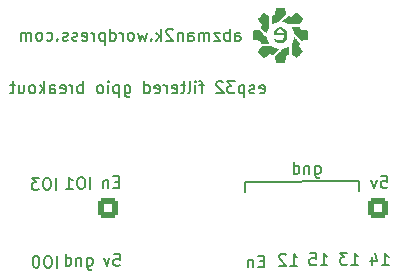
<source format=gbo>
%TF.GenerationSoftware,KiCad,Pcbnew,(6.0.0)*%
%TF.CreationDate,2022-03-13T20:46:10-04:00*%
%TF.ProjectId,simple_button_breakout,73696d70-6c65-45f6-9275-74746f6e5f62,rev?*%
%TF.SameCoordinates,Original*%
%TF.FileFunction,Legend,Bot*%
%TF.FilePolarity,Positive*%
%FSLAX46Y46*%
G04 Gerber Fmt 4.6, Leading zero omitted, Abs format (unit mm)*
G04 Created by KiCad (PCBNEW (6.0.0)) date 2022-03-13 20:46:10*
%MOMM*%
%LPD*%
G01*
G04 APERTURE LIST*
G04 Aperture macros list*
%AMRoundRect*
0 Rectangle with rounded corners*
0 $1 Rounding radius*
0 $2 $3 $4 $5 $6 $7 $8 $9 X,Y pos of 4 corners*
0 Add a 4 corners polygon primitive as box body*
4,1,4,$2,$3,$4,$5,$6,$7,$8,$9,$2,$3,0*
0 Add four circle primitives for the rounded corners*
1,1,$1+$1,$2,$3*
1,1,$1+$1,$4,$5*
1,1,$1+$1,$6,$7*
1,1,$1+$1,$8,$9*
0 Add four rect primitives between the rounded corners*
20,1,$1+$1,$2,$3,$4,$5,0*
20,1,$1+$1,$4,$5,$6,$7,0*
20,1,$1+$1,$6,$7,$8,$9,0*
20,1,$1+$1,$8,$9,$2,$3,0*%
G04 Aperture macros list end*
%ADD10C,0.150000*%
%ADD11C,3.200000*%
%ADD12R,1.600000X1.600000*%
%ADD13C,1.600000*%
%ADD14RoundRect,0.250000X-0.350000X-0.625000X0.350000X-0.625000X0.350000X0.625000X-0.350000X0.625000X0*%
%ADD15O,1.200000X1.750000*%
%ADD16C,1.700000*%
%ADD17R,1.700000X1.700000*%
%ADD18O,1.700000X1.700000*%
%ADD19RoundRect,0.250000X-0.600000X0.600000X-0.600000X-0.600000X0.600000X-0.600000X0.600000X0.600000X0*%
%ADD20C,0.550000*%
G04 APERTURE END LIST*
D10*
X71437476Y-18841980D02*
X72008904Y-18841980D01*
X71723190Y-18841980D02*
X71723190Y-17841980D01*
X71818428Y-17984838D01*
X71913666Y-18080076D01*
X72008904Y-18127695D01*
X70580333Y-18175314D02*
X70580333Y-18841980D01*
X70818428Y-17794361D02*
X71056523Y-18508647D01*
X70437476Y-18508647D01*
X68846676Y-18791180D02*
X69418104Y-18791180D01*
X69132390Y-18791180D02*
X69132390Y-17791180D01*
X69227628Y-17934038D01*
X69322866Y-18029276D01*
X69418104Y-18076895D01*
X68513342Y-17791180D02*
X67894295Y-17791180D01*
X68227628Y-18172133D01*
X68084771Y-18172133D01*
X67989533Y-18219752D01*
X67941914Y-18267371D01*
X67894295Y-18362609D01*
X67894295Y-18600704D01*
X67941914Y-18695942D01*
X67989533Y-18743561D01*
X68084771Y-18791180D01*
X68370485Y-18791180D01*
X68465723Y-18743561D01*
X68513342Y-18695942D01*
X66255876Y-18841980D02*
X66827304Y-18841980D01*
X66541590Y-18841980D02*
X66541590Y-17841980D01*
X66636828Y-17984838D01*
X66732066Y-18080076D01*
X66827304Y-18127695D01*
X65351114Y-17841980D02*
X65827304Y-17841980D01*
X65874923Y-18318171D01*
X65827304Y-18270552D01*
X65732066Y-18222933D01*
X65493971Y-18222933D01*
X65398733Y-18270552D01*
X65351114Y-18318171D01*
X65303495Y-18413409D01*
X65303495Y-18651504D01*
X65351114Y-18746742D01*
X65398733Y-18794361D01*
X65493971Y-18841980D01*
X65732066Y-18841980D01*
X65827304Y-18794361D01*
X65874923Y-18746742D01*
X63690476Y-18867380D02*
X64261904Y-18867380D01*
X63976190Y-18867380D02*
X63976190Y-17867380D01*
X64071428Y-18010238D01*
X64166666Y-18105476D01*
X64261904Y-18153095D01*
X63309523Y-17962619D02*
X63261904Y-17915000D01*
X63166666Y-17867380D01*
X62928571Y-17867380D01*
X62833333Y-17915000D01*
X62785714Y-17962619D01*
X62738095Y-18057857D01*
X62738095Y-18153095D01*
X62785714Y-18295952D01*
X63357142Y-18867380D01*
X62738095Y-18867380D01*
X61423466Y-18495971D02*
X61090133Y-18495971D01*
X60947276Y-19019780D02*
X61423466Y-19019780D01*
X61423466Y-18019780D01*
X60947276Y-18019780D01*
X60518704Y-18353114D02*
X60518704Y-19019780D01*
X60518704Y-18448352D02*
X60471085Y-18400733D01*
X60375847Y-18353114D01*
X60232990Y-18353114D01*
X60137752Y-18400733D01*
X60090133Y-18495971D01*
X60090133Y-19019780D01*
X59842400Y-11760200D02*
X59842400Y-12598400D01*
X69545200Y-11734800D02*
X59842400Y-11760200D01*
X69545200Y-12522200D02*
X69545200Y-11734800D01*
X65790676Y-10428314D02*
X65790676Y-11237838D01*
X65838295Y-11333076D01*
X65885914Y-11380695D01*
X65981152Y-11428314D01*
X66124009Y-11428314D01*
X66219247Y-11380695D01*
X65790676Y-11047361D02*
X65885914Y-11094980D01*
X66076390Y-11094980D01*
X66171628Y-11047361D01*
X66219247Y-10999742D01*
X66266866Y-10904504D01*
X66266866Y-10618790D01*
X66219247Y-10523552D01*
X66171628Y-10475933D01*
X66076390Y-10428314D01*
X65885914Y-10428314D01*
X65790676Y-10475933D01*
X65314485Y-10428314D02*
X65314485Y-11094980D01*
X65314485Y-10523552D02*
X65266866Y-10475933D01*
X65171628Y-10428314D01*
X65028771Y-10428314D01*
X64933533Y-10475933D01*
X64885914Y-10571171D01*
X64885914Y-11094980D01*
X63981152Y-11094980D02*
X63981152Y-10094980D01*
X63981152Y-11047361D02*
X64076390Y-11094980D01*
X64266866Y-11094980D01*
X64362104Y-11047361D01*
X64409723Y-10999742D01*
X64457342Y-10904504D01*
X64457342Y-10618790D01*
X64409723Y-10523552D01*
X64362104Y-10475933D01*
X64266866Y-10428314D01*
X64076390Y-10428314D01*
X63981152Y-10475933D01*
X71389857Y-11288780D02*
X71866047Y-11288780D01*
X71913666Y-11764971D01*
X71866047Y-11717352D01*
X71770809Y-11669733D01*
X71532714Y-11669733D01*
X71437476Y-11717352D01*
X71389857Y-11764971D01*
X71342238Y-11860209D01*
X71342238Y-12098304D01*
X71389857Y-12193542D01*
X71437476Y-12241161D01*
X71532714Y-12288780D01*
X71770809Y-12288780D01*
X71866047Y-12241161D01*
X71913666Y-12193542D01*
X71008904Y-11622114D02*
X70770809Y-12288780D01*
X70532714Y-11622114D01*
X48758457Y-17892780D02*
X49234647Y-17892780D01*
X49282266Y-18368971D01*
X49234647Y-18321352D01*
X49139409Y-18273733D01*
X48901314Y-18273733D01*
X48806076Y-18321352D01*
X48758457Y-18368971D01*
X48710838Y-18464209D01*
X48710838Y-18702304D01*
X48758457Y-18797542D01*
X48806076Y-18845161D01*
X48901314Y-18892780D01*
X49139409Y-18892780D01*
X49234647Y-18845161D01*
X49282266Y-18797542D01*
X48377504Y-18226114D02*
X48139409Y-18892780D01*
X47901314Y-18226114D01*
X46486676Y-18200714D02*
X46486676Y-19010238D01*
X46534295Y-19105476D01*
X46581914Y-19153095D01*
X46677152Y-19200714D01*
X46820009Y-19200714D01*
X46915247Y-19153095D01*
X46486676Y-18819761D02*
X46581914Y-18867380D01*
X46772390Y-18867380D01*
X46867628Y-18819761D01*
X46915247Y-18772142D01*
X46962866Y-18676904D01*
X46962866Y-18391190D01*
X46915247Y-18295952D01*
X46867628Y-18248333D01*
X46772390Y-18200714D01*
X46581914Y-18200714D01*
X46486676Y-18248333D01*
X46010485Y-18200714D02*
X46010485Y-18867380D01*
X46010485Y-18295952D02*
X45962866Y-18248333D01*
X45867628Y-18200714D01*
X45724771Y-18200714D01*
X45629533Y-18248333D01*
X45581914Y-18343571D01*
X45581914Y-18867380D01*
X44677152Y-18867380D02*
X44677152Y-17867380D01*
X44677152Y-18819761D02*
X44772390Y-18867380D01*
X44962866Y-18867380D01*
X45058104Y-18819761D01*
X45105723Y-18772142D01*
X45153342Y-18676904D01*
X45153342Y-18391190D01*
X45105723Y-18295952D01*
X45058104Y-18248333D01*
X44962866Y-18200714D01*
X44772390Y-18200714D01*
X44677152Y-18248333D01*
X43926000Y-19045180D02*
X43926000Y-18045180D01*
X43259333Y-18045180D02*
X43068857Y-18045180D01*
X42973619Y-18092800D01*
X42878380Y-18188038D01*
X42830761Y-18378514D01*
X42830761Y-18711847D01*
X42878380Y-18902323D01*
X42973619Y-18997561D01*
X43068857Y-19045180D01*
X43259333Y-19045180D01*
X43354571Y-18997561D01*
X43449809Y-18902323D01*
X43497428Y-18711847D01*
X43497428Y-18378514D01*
X43449809Y-18188038D01*
X43354571Y-18092800D01*
X43259333Y-18045180D01*
X42211714Y-18045180D02*
X42116476Y-18045180D01*
X42021238Y-18092800D01*
X41973619Y-18140419D01*
X41926000Y-18235657D01*
X41878380Y-18426133D01*
X41878380Y-18664228D01*
X41926000Y-18854704D01*
X41973619Y-18949942D01*
X42021238Y-18997561D01*
X42116476Y-19045180D01*
X42211714Y-19045180D01*
X42306952Y-18997561D01*
X42354571Y-18949942D01*
X42402190Y-18854704D01*
X42449809Y-18664228D01*
X42449809Y-18426133D01*
X42402190Y-18235657D01*
X42354571Y-18140419D01*
X42306952Y-18092800D01*
X42211714Y-18045180D01*
X43849800Y-12441180D02*
X43849800Y-11441180D01*
X43183133Y-11441180D02*
X42992657Y-11441180D01*
X42897419Y-11488800D01*
X42802180Y-11584038D01*
X42754561Y-11774514D01*
X42754561Y-12107847D01*
X42802180Y-12298323D01*
X42897419Y-12393561D01*
X42992657Y-12441180D01*
X43183133Y-12441180D01*
X43278371Y-12393561D01*
X43373609Y-12298323D01*
X43421228Y-12107847D01*
X43421228Y-11774514D01*
X43373609Y-11584038D01*
X43278371Y-11488800D01*
X43183133Y-11441180D01*
X42421228Y-11441180D02*
X41802180Y-11441180D01*
X42135514Y-11822133D01*
X41992657Y-11822133D01*
X41897419Y-11869752D01*
X41849800Y-11917371D01*
X41802180Y-12012609D01*
X41802180Y-12250704D01*
X41849800Y-12345942D01*
X41897419Y-12393561D01*
X41992657Y-12441180D01*
X42278371Y-12441180D01*
X42373609Y-12393561D01*
X42421228Y-12345942D01*
X46745400Y-12364980D02*
X46745400Y-11364980D01*
X46078733Y-11364980D02*
X45888257Y-11364980D01*
X45793019Y-11412600D01*
X45697780Y-11507838D01*
X45650161Y-11698314D01*
X45650161Y-12031647D01*
X45697780Y-12222123D01*
X45793019Y-12317361D01*
X45888257Y-12364980D01*
X46078733Y-12364980D01*
X46173971Y-12317361D01*
X46269209Y-12222123D01*
X46316828Y-12031647D01*
X46316828Y-11698314D01*
X46269209Y-11507838D01*
X46173971Y-11412600D01*
X46078733Y-11364980D01*
X44697780Y-12364980D02*
X45269209Y-12364980D01*
X44983495Y-12364980D02*
X44983495Y-11364980D01*
X45078733Y-11507838D01*
X45173971Y-11603076D01*
X45269209Y-11650695D01*
X49180666Y-11790371D02*
X48847333Y-11790371D01*
X48704476Y-12314180D02*
X49180666Y-12314180D01*
X49180666Y-11314180D01*
X48704476Y-11314180D01*
X48275904Y-11647514D02*
X48275904Y-12314180D01*
X48275904Y-11742752D02*
X48228285Y-11695133D01*
X48133047Y-11647514D01*
X47990190Y-11647514D01*
X47894952Y-11695133D01*
X47847333Y-11790371D01*
X47847333Y-12314180D01*
X59022142Y182619D02*
X59022142Y706428D01*
X59069761Y801666D01*
X59165000Y849285D01*
X59355476Y849285D01*
X59450714Y801666D01*
X59022142Y230238D02*
X59117380Y182619D01*
X59355476Y182619D01*
X59450714Y230238D01*
X59498333Y325476D01*
X59498333Y420714D01*
X59450714Y515952D01*
X59355476Y563571D01*
X59117380Y563571D01*
X59022142Y611190D01*
X58545952Y182619D02*
X58545952Y1182619D01*
X58545952Y801666D02*
X58450714Y849285D01*
X58260238Y849285D01*
X58165000Y801666D01*
X58117380Y754047D01*
X58069761Y658809D01*
X58069761Y373095D01*
X58117380Y277857D01*
X58165000Y230238D01*
X58260238Y182619D01*
X58450714Y182619D01*
X58545952Y230238D01*
X57736428Y849285D02*
X57212619Y849285D01*
X57736428Y182619D01*
X57212619Y182619D01*
X56831666Y182619D02*
X56831666Y849285D01*
X56831666Y754047D02*
X56784047Y801666D01*
X56688809Y849285D01*
X56545952Y849285D01*
X56450714Y801666D01*
X56403095Y706428D01*
X56403095Y182619D01*
X56403095Y706428D02*
X56355476Y801666D01*
X56260238Y849285D01*
X56117380Y849285D01*
X56022142Y801666D01*
X55974523Y706428D01*
X55974523Y182619D01*
X55069761Y182619D02*
X55069761Y706428D01*
X55117380Y801666D01*
X55212619Y849285D01*
X55403095Y849285D01*
X55498333Y801666D01*
X55069761Y230238D02*
X55165000Y182619D01*
X55403095Y182619D01*
X55498333Y230238D01*
X55545952Y325476D01*
X55545952Y420714D01*
X55498333Y515952D01*
X55403095Y563571D01*
X55165000Y563571D01*
X55069761Y611190D01*
X54593571Y849285D02*
X54593571Y182619D01*
X54593571Y754047D02*
X54545952Y801666D01*
X54450714Y849285D01*
X54307857Y849285D01*
X54212619Y801666D01*
X54165000Y706428D01*
X54165000Y182619D01*
X53736428Y1087380D02*
X53688809Y1135000D01*
X53593571Y1182619D01*
X53355476Y1182619D01*
X53260238Y1135000D01*
X53212619Y1087380D01*
X53165000Y992142D01*
X53165000Y896904D01*
X53212619Y754047D01*
X53784047Y182619D01*
X53165000Y182619D01*
X52736428Y182619D02*
X52736428Y1182619D01*
X52641190Y563571D02*
X52355476Y182619D01*
X52355476Y849285D02*
X52736428Y468333D01*
X51926904Y277857D02*
X51879285Y230238D01*
X51926904Y182619D01*
X51974523Y230238D01*
X51926904Y277857D01*
X51926904Y182619D01*
X51545952Y849285D02*
X51355476Y182619D01*
X51165000Y658809D01*
X50974523Y182619D01*
X50784047Y849285D01*
X50260238Y182619D02*
X50355476Y230238D01*
X50403095Y277857D01*
X50450714Y373095D01*
X50450714Y658809D01*
X50403095Y754047D01*
X50355476Y801666D01*
X50260238Y849285D01*
X50117380Y849285D01*
X50022142Y801666D01*
X49974523Y754047D01*
X49926904Y658809D01*
X49926904Y373095D01*
X49974523Y277857D01*
X50022142Y230238D01*
X50117380Y182619D01*
X50260238Y182619D01*
X49498333Y182619D02*
X49498333Y849285D01*
X49498333Y658809D02*
X49450714Y754047D01*
X49403095Y801666D01*
X49307857Y849285D01*
X49212619Y849285D01*
X48450714Y182619D02*
X48450714Y1182619D01*
X48450714Y230238D02*
X48545952Y182619D01*
X48736428Y182619D01*
X48831666Y230238D01*
X48879285Y277857D01*
X48926904Y373095D01*
X48926904Y658809D01*
X48879285Y754047D01*
X48831666Y801666D01*
X48736428Y849285D01*
X48545952Y849285D01*
X48450714Y801666D01*
X47974523Y849285D02*
X47974523Y-150714D01*
X47974523Y801666D02*
X47879285Y849285D01*
X47688809Y849285D01*
X47593571Y801666D01*
X47545952Y754047D01*
X47498333Y658809D01*
X47498333Y373095D01*
X47545952Y277857D01*
X47593571Y230238D01*
X47688809Y182619D01*
X47879285Y182619D01*
X47974523Y230238D01*
X47069761Y182619D02*
X47069761Y849285D01*
X47069761Y658809D02*
X47022142Y754047D01*
X46974523Y801666D01*
X46879285Y849285D01*
X46784047Y849285D01*
X46069761Y230238D02*
X46165000Y182619D01*
X46355476Y182619D01*
X46450714Y230238D01*
X46498333Y325476D01*
X46498333Y706428D01*
X46450714Y801666D01*
X46355476Y849285D01*
X46165000Y849285D01*
X46069761Y801666D01*
X46022142Y706428D01*
X46022142Y611190D01*
X46498333Y515952D01*
X45641190Y230238D02*
X45545952Y182619D01*
X45355476Y182619D01*
X45260238Y230238D01*
X45212619Y325476D01*
X45212619Y373095D01*
X45260238Y468333D01*
X45355476Y515952D01*
X45498333Y515952D01*
X45593571Y563571D01*
X45641190Y658809D01*
X45641190Y706428D01*
X45593571Y801666D01*
X45498333Y849285D01*
X45355476Y849285D01*
X45260238Y801666D01*
X44831666Y230238D02*
X44736428Y182619D01*
X44545952Y182619D01*
X44450714Y230238D01*
X44403095Y325476D01*
X44403095Y373095D01*
X44450714Y468333D01*
X44545952Y515952D01*
X44688809Y515952D01*
X44784047Y563571D01*
X44831666Y658809D01*
X44831666Y706428D01*
X44784047Y801666D01*
X44688809Y849285D01*
X44545952Y849285D01*
X44450714Y801666D01*
X43974523Y277857D02*
X43926904Y230238D01*
X43974523Y182619D01*
X44022142Y230238D01*
X43974523Y277857D01*
X43974523Y182619D01*
X43069761Y230238D02*
X43165000Y182619D01*
X43355476Y182619D01*
X43450714Y230238D01*
X43498333Y277857D01*
X43545952Y373095D01*
X43545952Y658809D01*
X43498333Y754047D01*
X43450714Y801666D01*
X43355476Y849285D01*
X43165000Y849285D01*
X43069761Y801666D01*
X42498333Y182619D02*
X42593571Y230238D01*
X42641190Y277857D01*
X42688809Y373095D01*
X42688809Y658809D01*
X42641190Y754047D01*
X42593571Y801666D01*
X42498333Y849285D01*
X42355476Y849285D01*
X42260238Y801666D01*
X42212619Y754047D01*
X42165000Y658809D01*
X42165000Y373095D01*
X42212619Y277857D01*
X42260238Y230238D01*
X42355476Y182619D01*
X42498333Y182619D01*
X41736428Y182619D02*
X41736428Y849285D01*
X41736428Y754047D02*
X41688809Y801666D01*
X41593571Y849285D01*
X41450714Y849285D01*
X41355476Y801666D01*
X41307857Y706428D01*
X41307857Y182619D01*
X41307857Y706428D02*
X41260238Y801666D01*
X41165000Y849285D01*
X41022142Y849285D01*
X40926904Y801666D01*
X40879285Y706428D01*
X40879285Y182619D01*
X61085714Y-4214761D02*
X61180952Y-4262380D01*
X61371428Y-4262380D01*
X61466666Y-4214761D01*
X61514285Y-4119523D01*
X61514285Y-3738571D01*
X61466666Y-3643333D01*
X61371428Y-3595714D01*
X61180952Y-3595714D01*
X61085714Y-3643333D01*
X61038095Y-3738571D01*
X61038095Y-3833809D01*
X61514285Y-3929047D01*
X60657142Y-4214761D02*
X60561904Y-4262380D01*
X60371428Y-4262380D01*
X60276190Y-4214761D01*
X60228571Y-4119523D01*
X60228571Y-4071904D01*
X60276190Y-3976666D01*
X60371428Y-3929047D01*
X60514285Y-3929047D01*
X60609523Y-3881428D01*
X60657142Y-3786190D01*
X60657142Y-3738571D01*
X60609523Y-3643333D01*
X60514285Y-3595714D01*
X60371428Y-3595714D01*
X60276190Y-3643333D01*
X59800000Y-3595714D02*
X59800000Y-4595714D01*
X59800000Y-3643333D02*
X59704761Y-3595714D01*
X59514285Y-3595714D01*
X59419047Y-3643333D01*
X59371428Y-3690952D01*
X59323809Y-3786190D01*
X59323809Y-4071904D01*
X59371428Y-4167142D01*
X59419047Y-4214761D01*
X59514285Y-4262380D01*
X59704761Y-4262380D01*
X59800000Y-4214761D01*
X58990476Y-3262380D02*
X58371428Y-3262380D01*
X58704761Y-3643333D01*
X58561904Y-3643333D01*
X58466666Y-3690952D01*
X58419047Y-3738571D01*
X58371428Y-3833809D01*
X58371428Y-4071904D01*
X58419047Y-4167142D01*
X58466666Y-4214761D01*
X58561904Y-4262380D01*
X58847619Y-4262380D01*
X58942857Y-4214761D01*
X58990476Y-4167142D01*
X57990476Y-3357619D02*
X57942857Y-3310000D01*
X57847619Y-3262380D01*
X57609523Y-3262380D01*
X57514285Y-3310000D01*
X57466666Y-3357619D01*
X57419047Y-3452857D01*
X57419047Y-3548095D01*
X57466666Y-3690952D01*
X58038095Y-4262380D01*
X57419047Y-4262380D01*
X56371428Y-3595714D02*
X55990476Y-3595714D01*
X56228571Y-4262380D02*
X56228571Y-3405238D01*
X56180952Y-3310000D01*
X56085714Y-3262380D01*
X55990476Y-3262380D01*
X55657142Y-4262380D02*
X55657142Y-3595714D01*
X55657142Y-3262380D02*
X55704761Y-3310000D01*
X55657142Y-3357619D01*
X55609523Y-3310000D01*
X55657142Y-3262380D01*
X55657142Y-3357619D01*
X55038095Y-4262380D02*
X55133333Y-4214761D01*
X55180952Y-4119523D01*
X55180952Y-3262380D01*
X54800000Y-3595714D02*
X54419047Y-3595714D01*
X54657142Y-3262380D02*
X54657142Y-4119523D01*
X54609523Y-4214761D01*
X54514285Y-4262380D01*
X54419047Y-4262380D01*
X53704761Y-4214761D02*
X53800000Y-4262380D01*
X53990476Y-4262380D01*
X54085714Y-4214761D01*
X54133333Y-4119523D01*
X54133333Y-3738571D01*
X54085714Y-3643333D01*
X53990476Y-3595714D01*
X53800000Y-3595714D01*
X53704761Y-3643333D01*
X53657142Y-3738571D01*
X53657142Y-3833809D01*
X54133333Y-3929047D01*
X53228571Y-4262380D02*
X53228571Y-3595714D01*
X53228571Y-3786190D02*
X53180952Y-3690952D01*
X53133333Y-3643333D01*
X53038095Y-3595714D01*
X52942857Y-3595714D01*
X52228571Y-4214761D02*
X52323809Y-4262380D01*
X52514285Y-4262380D01*
X52609523Y-4214761D01*
X52657142Y-4119523D01*
X52657142Y-3738571D01*
X52609523Y-3643333D01*
X52514285Y-3595714D01*
X52323809Y-3595714D01*
X52228571Y-3643333D01*
X52180952Y-3738571D01*
X52180952Y-3833809D01*
X52657142Y-3929047D01*
X51323809Y-4262380D02*
X51323809Y-3262380D01*
X51323809Y-4214761D02*
X51419047Y-4262380D01*
X51609523Y-4262380D01*
X51704761Y-4214761D01*
X51752380Y-4167142D01*
X51800000Y-4071904D01*
X51800000Y-3786190D01*
X51752380Y-3690952D01*
X51704761Y-3643333D01*
X51609523Y-3595714D01*
X51419047Y-3595714D01*
X51323809Y-3643333D01*
X49657142Y-3595714D02*
X49657142Y-4405238D01*
X49704761Y-4500476D01*
X49752380Y-4548095D01*
X49847619Y-4595714D01*
X49990476Y-4595714D01*
X50085714Y-4548095D01*
X49657142Y-4214761D02*
X49752380Y-4262380D01*
X49942857Y-4262380D01*
X50038095Y-4214761D01*
X50085714Y-4167142D01*
X50133333Y-4071904D01*
X50133333Y-3786190D01*
X50085714Y-3690952D01*
X50038095Y-3643333D01*
X49942857Y-3595714D01*
X49752380Y-3595714D01*
X49657142Y-3643333D01*
X49180952Y-3595714D02*
X49180952Y-4595714D01*
X49180952Y-3643333D02*
X49085714Y-3595714D01*
X48895238Y-3595714D01*
X48800000Y-3643333D01*
X48752380Y-3690952D01*
X48704761Y-3786190D01*
X48704761Y-4071904D01*
X48752380Y-4167142D01*
X48800000Y-4214761D01*
X48895238Y-4262380D01*
X49085714Y-4262380D01*
X49180952Y-4214761D01*
X48276190Y-4262380D02*
X48276190Y-3595714D01*
X48276190Y-3262380D02*
X48323809Y-3310000D01*
X48276190Y-3357619D01*
X48228571Y-3310000D01*
X48276190Y-3262380D01*
X48276190Y-3357619D01*
X47657142Y-4262380D02*
X47752380Y-4214761D01*
X47800000Y-4167142D01*
X47847619Y-4071904D01*
X47847619Y-3786190D01*
X47800000Y-3690952D01*
X47752380Y-3643333D01*
X47657142Y-3595714D01*
X47514285Y-3595714D01*
X47419047Y-3643333D01*
X47371428Y-3690952D01*
X47323809Y-3786190D01*
X47323809Y-4071904D01*
X47371428Y-4167142D01*
X47419047Y-4214761D01*
X47514285Y-4262380D01*
X47657142Y-4262380D01*
X46133333Y-4262380D02*
X46133333Y-3262380D01*
X46133333Y-3643333D02*
X46038095Y-3595714D01*
X45847619Y-3595714D01*
X45752380Y-3643333D01*
X45704761Y-3690952D01*
X45657142Y-3786190D01*
X45657142Y-4071904D01*
X45704761Y-4167142D01*
X45752380Y-4214761D01*
X45847619Y-4262380D01*
X46038095Y-4262380D01*
X46133333Y-4214761D01*
X45228571Y-4262380D02*
X45228571Y-3595714D01*
X45228571Y-3786190D02*
X45180952Y-3690952D01*
X45133333Y-3643333D01*
X45038095Y-3595714D01*
X44942857Y-3595714D01*
X44228571Y-4214761D02*
X44323809Y-4262380D01*
X44514285Y-4262380D01*
X44609523Y-4214761D01*
X44657142Y-4119523D01*
X44657142Y-3738571D01*
X44609523Y-3643333D01*
X44514285Y-3595714D01*
X44323809Y-3595714D01*
X44228571Y-3643333D01*
X44180952Y-3738571D01*
X44180952Y-3833809D01*
X44657142Y-3929047D01*
X43323809Y-4262380D02*
X43323809Y-3738571D01*
X43371428Y-3643333D01*
X43466666Y-3595714D01*
X43657142Y-3595714D01*
X43752380Y-3643333D01*
X43323809Y-4214761D02*
X43419047Y-4262380D01*
X43657142Y-4262380D01*
X43752380Y-4214761D01*
X43800000Y-4119523D01*
X43800000Y-4024285D01*
X43752380Y-3929047D01*
X43657142Y-3881428D01*
X43419047Y-3881428D01*
X43323809Y-3833809D01*
X42847619Y-4262380D02*
X42847619Y-3262380D01*
X42752380Y-3881428D02*
X42466666Y-4262380D01*
X42466666Y-3595714D02*
X42847619Y-3976666D01*
X41895238Y-4262380D02*
X41990476Y-4214761D01*
X42038095Y-4167142D01*
X42085714Y-4071904D01*
X42085714Y-3786190D01*
X42038095Y-3690952D01*
X41990476Y-3643333D01*
X41895238Y-3595714D01*
X41752380Y-3595714D01*
X41657142Y-3643333D01*
X41609523Y-3690952D01*
X41561904Y-3786190D01*
X41561904Y-4071904D01*
X41609523Y-4167142D01*
X41657142Y-4214761D01*
X41752380Y-4262380D01*
X41895238Y-4262380D01*
X40704761Y-3595714D02*
X40704761Y-4262380D01*
X41133333Y-3595714D02*
X41133333Y-4119523D01*
X41085714Y-4214761D01*
X40990476Y-4262380D01*
X40847619Y-4262380D01*
X40752380Y-4214761D01*
X40704761Y-4167142D01*
X40371428Y-3595714D02*
X39990476Y-3595714D01*
X40228571Y-3262380D02*
X40228571Y-4119523D01*
X40180952Y-4214761D01*
X40085714Y-4262380D01*
X39990476Y-4262380D01*
%TO.C,G\u002A\u002A\u002A*%
G36*
X62239115Y-344601D02*
G01*
X62283967Y-371905D01*
X62407822Y-434530D01*
X62535007Y-480751D01*
X62664321Y-510102D01*
X62691489Y-514860D01*
X62713713Y-519624D01*
X62723731Y-522957D01*
X62722598Y-524976D01*
X62711703Y-537503D01*
X62690370Y-560304D01*
X62659854Y-592090D01*
X62621405Y-631568D01*
X62576278Y-677451D01*
X62525723Y-728448D01*
X62470993Y-783269D01*
X62214249Y-1039575D01*
X62164180Y-1017591D01*
X62154399Y-1013220D01*
X62119420Y-996928D01*
X62078486Y-977184D01*
X62038556Y-957326D01*
X61963000Y-919045D01*
X61895353Y-973208D01*
X61877752Y-987318D01*
X61848288Y-1011016D01*
X61824492Y-1030249D01*
X61810314Y-1041832D01*
X61806769Y-1044745D01*
X61789906Y-1058456D01*
X61762694Y-1080486D01*
X61727347Y-1109046D01*
X61686078Y-1142347D01*
X61641102Y-1178599D01*
X61489283Y-1300908D01*
X61209614Y-1021337D01*
X61187947Y-999643D01*
X61124303Y-935463D01*
X61068680Y-878655D01*
X61021821Y-830004D01*
X60984466Y-790294D01*
X60957357Y-760309D01*
X60941236Y-740835D01*
X60936843Y-732656D01*
X60942254Y-725794D01*
X60957117Y-707160D01*
X60979304Y-679434D01*
X61006879Y-645025D01*
X61037907Y-606344D01*
X61070453Y-565801D01*
X61102582Y-525806D01*
X61132360Y-488769D01*
X61157852Y-457100D01*
X61177123Y-433210D01*
X61188237Y-419508D01*
X61200833Y-403910D01*
X61220039Y-379886D01*
X61241691Y-352643D01*
X61280755Y-303347D01*
X61726949Y-302937D01*
X62173142Y-302526D01*
X62239115Y-344601D01*
G37*
G36*
X63576454Y-282310D02*
G01*
X63578890Y-288565D01*
X63580877Y-303265D01*
X63582452Y-327686D01*
X63583654Y-363100D01*
X63584522Y-410781D01*
X63585094Y-472002D01*
X63585409Y-548036D01*
X63585505Y-640158D01*
X63585505Y-1004858D01*
X63548612Y-1021151D01*
X63538363Y-1025367D01*
X63510058Y-1036008D01*
X63472716Y-1049363D01*
X63431113Y-1063787D01*
X63390026Y-1077632D01*
X63354232Y-1089254D01*
X63328507Y-1097004D01*
X63326736Y-1098545D01*
X63321583Y-1113247D01*
X63316756Y-1140393D01*
X63312966Y-1176362D01*
X63310940Y-1200404D01*
X63306246Y-1249369D01*
X63300592Y-1302843D01*
X63294793Y-1352902D01*
X63291687Y-1378753D01*
X63285023Y-1436664D01*
X63278468Y-1496312D01*
X63273075Y-1548220D01*
X63269973Y-1578727D01*
X63265585Y-1619768D01*
X63261682Y-1654030D01*
X63258848Y-1676261D01*
X63254109Y-1708814D01*
X62467209Y-1708814D01*
X62462471Y-1676261D01*
X62460583Y-1661867D01*
X62456922Y-1630518D01*
X62452606Y-1590885D01*
X62448218Y-1548220D01*
X62445244Y-1518977D01*
X62439236Y-1462060D01*
X62432715Y-1402271D01*
X62426646Y-1348562D01*
X62422228Y-1310338D01*
X62416982Y-1264812D01*
X62412435Y-1225214D01*
X62409239Y-1197204D01*
X62403892Y-1150016D01*
X62723380Y-830441D01*
X62746120Y-807728D01*
X62806745Y-747520D01*
X62863523Y-691618D01*
X62915260Y-641168D01*
X62960760Y-597318D01*
X62998826Y-561216D01*
X63028264Y-534008D01*
X63047876Y-516842D01*
X63056468Y-510865D01*
X63057689Y-510837D01*
X63077927Y-507782D01*
X63109881Y-500502D01*
X63149241Y-490177D01*
X63191697Y-477990D01*
X63232939Y-465119D01*
X63268657Y-452745D01*
X63287564Y-445426D01*
X63364561Y-410821D01*
X63442057Y-369323D01*
X63511204Y-325574D01*
X63513689Y-323838D01*
X63540679Y-305119D01*
X63562508Y-290189D01*
X63574654Y-282143D01*
X63576454Y-282310D01*
G37*
G36*
X64512469Y1318612D02*
G01*
X64516685Y1308363D01*
X64527326Y1280058D01*
X64540682Y1242716D01*
X64555105Y1201113D01*
X64568951Y1160026D01*
X64580572Y1124232D01*
X64588323Y1098507D01*
X64589864Y1096736D01*
X64604565Y1091583D01*
X64631711Y1086756D01*
X64667680Y1082966D01*
X64691723Y1080940D01*
X64740688Y1076246D01*
X64794162Y1070592D01*
X64844220Y1064793D01*
X64870071Y1061687D01*
X64927982Y1055023D01*
X64987631Y1048468D01*
X65039538Y1043075D01*
X65070046Y1039973D01*
X65111086Y1035585D01*
X65145349Y1031682D01*
X65167580Y1028848D01*
X65200133Y1024109D01*
X65200133Y237209D01*
X65167580Y232471D01*
X65153184Y230581D01*
X65121835Y226912D01*
X65082203Y222583D01*
X65039538Y218180D01*
X65011284Y215322D01*
X64976136Y211660D01*
X64938221Y207573D01*
X64894643Y202739D01*
X64842508Y196836D01*
X64778921Y189542D01*
X64700987Y180536D01*
X64679226Y178195D01*
X64657627Y176218D01*
X64654841Y177334D01*
X64640515Y188193D01*
X64616126Y209466D01*
X64583086Y239754D01*
X64542804Y277657D01*
X64496693Y321775D01*
X64446162Y370708D01*
X64392623Y423057D01*
X64337487Y477422D01*
X64282164Y532403D01*
X64228066Y586600D01*
X64176604Y638615D01*
X64129187Y687046D01*
X64087228Y730495D01*
X64052138Y767561D01*
X64025326Y796846D01*
X64008204Y816948D01*
X64002184Y826468D01*
X64002156Y827689D01*
X63999100Y847927D01*
X63991820Y879881D01*
X63981496Y919241D01*
X63969308Y961697D01*
X63956437Y1002939D01*
X63944064Y1038657D01*
X63936745Y1057564D01*
X63902139Y1134561D01*
X63860642Y1212057D01*
X63816892Y1281204D01*
X63815157Y1283689D01*
X63796437Y1310679D01*
X63781507Y1332508D01*
X63773462Y1344654D01*
X63773629Y1346454D01*
X63779883Y1348890D01*
X63794584Y1350877D01*
X63819004Y1352452D01*
X63854418Y1353654D01*
X63902099Y1354522D01*
X63963320Y1355094D01*
X64039355Y1355409D01*
X64131477Y1355505D01*
X64496176Y1355505D01*
X64512469Y1318612D01*
G37*
G36*
X64791063Y2003398D02*
G01*
X64772626Y1977506D01*
X64771815Y1976373D01*
X64756473Y1955922D01*
X64734856Y1928173D01*
X64711373Y1898792D01*
X64706147Y1892338D01*
X64682298Y1862786D01*
X64651936Y1825063D01*
X64618419Y1783343D01*
X64585105Y1741801D01*
X64570172Y1723197D01*
X64541617Y1687845D01*
X64517276Y1657994D01*
X64499351Y1636335D01*
X64490043Y1625562D01*
X64479403Y1612960D01*
X64465010Y1593009D01*
X64451588Y1572525D01*
X63530877Y1572525D01*
X63486575Y1601917D01*
X63441961Y1629239D01*
X63385849Y1659802D01*
X63328103Y1688177D01*
X63276360Y1710422D01*
X63256235Y1717684D01*
X63212298Y1731613D01*
X63161721Y1745970D01*
X63110266Y1759228D01*
X63063693Y1769859D01*
X63027765Y1776336D01*
X63014017Y1778547D01*
X62994284Y1783399D01*
X62986531Y1787962D01*
X62987975Y1790047D01*
X62999467Y1802784D01*
X63021368Y1825815D01*
X63052397Y1857832D01*
X63091277Y1897526D01*
X63136729Y1943589D01*
X63187475Y1994713D01*
X63242235Y2049589D01*
X63497938Y2305183D01*
X63565594Y2276102D01*
X63566006Y2275925D01*
X63608376Y2256776D01*
X63654437Y2234556D01*
X63694290Y2214040D01*
X63755330Y2181058D01*
X63794119Y2211546D01*
X63809750Y2223901D01*
X63833623Y2243008D01*
X63850340Y2256682D01*
X63853391Y2259234D01*
X63876611Y2278343D01*
X63909926Y2305439D01*
X63950397Y2338163D01*
X63995085Y2374155D01*
X64041053Y2411057D01*
X64085363Y2446507D01*
X64125076Y2478148D01*
X64157255Y2503620D01*
X64178961Y2520564D01*
X64232225Y2561460D01*
X64791063Y2003398D01*
G37*
G36*
X61641102Y2439770D02*
G01*
X61658267Y2425927D01*
X61703919Y2389130D01*
X61746166Y2355104D01*
X61782483Y2325881D01*
X61810342Y2303496D01*
X61827217Y2289982D01*
X61836154Y2282803D01*
X61864888Y2259221D01*
X61890153Y2237877D01*
X61918793Y2213105D01*
X61918793Y1303962D01*
X61881012Y1245096D01*
X61841476Y1179429D01*
X61807901Y1112793D01*
X61777471Y1038657D01*
X61766580Y1007887D01*
X61752619Y963908D01*
X61739725Y918830D01*
X61729066Y877025D01*
X61721813Y842862D01*
X61719135Y820712D01*
X61718242Y807635D01*
X61713866Y787624D01*
X61710482Y780776D01*
X61702959Y773892D01*
X61701326Y774997D01*
X61689348Y785798D01*
X61667007Y807069D01*
X61635619Y837522D01*
X61596504Y875867D01*
X61550977Y920815D01*
X61500357Y971077D01*
X61445962Y1025363D01*
X61194603Y1276834D01*
X61206190Y1309659D01*
X61213259Y1327196D01*
X61226983Y1357897D01*
X61244689Y1395524D01*
X61264272Y1435519D01*
X61310766Y1528553D01*
X61256697Y1596083D01*
X61242678Y1613574D01*
X61219004Y1643026D01*
X61199795Y1666821D01*
X61188237Y1681005D01*
X61179944Y1691179D01*
X61162405Y1712872D01*
X61138143Y1742971D01*
X61109115Y1779038D01*
X61077277Y1818637D01*
X61044587Y1859332D01*
X61013001Y1898687D01*
X60984477Y1934265D01*
X60960971Y1963629D01*
X60944441Y1984345D01*
X60936843Y1993974D01*
X60936919Y1995291D01*
X60945099Y2007125D01*
X60964774Y2030007D01*
X60995202Y2063150D01*
X61035641Y2105772D01*
X61085350Y2157086D01*
X61143588Y2216309D01*
X61209614Y2282656D01*
X61489283Y2562226D01*
X61641102Y2439770D01*
G37*
G36*
X64019776Y494784D02*
G01*
X64032313Y483526D01*
X64055164Y461837D01*
X64087015Y431001D01*
X64126555Y392298D01*
X64172469Y347013D01*
X64223446Y296427D01*
X64278171Y241822D01*
X64532347Y-12463D01*
X64509636Y-64176D01*
X64505254Y-73989D01*
X64488644Y-109696D01*
X64468639Y-151217D01*
X64448645Y-191444D01*
X64410363Y-267000D01*
X64464527Y-334647D01*
X64478637Y-352248D01*
X64502334Y-381712D01*
X64521567Y-405508D01*
X64533150Y-419686D01*
X64536064Y-423231D01*
X64549774Y-440094D01*
X64571804Y-467306D01*
X64600364Y-502653D01*
X64633665Y-543922D01*
X64669918Y-588898D01*
X64792226Y-740717D01*
X64512656Y-1020386D01*
X64490962Y-1042053D01*
X64426782Y-1105697D01*
X64369974Y-1161320D01*
X64321322Y-1208179D01*
X64281612Y-1245534D01*
X64251628Y-1272643D01*
X64232153Y-1288764D01*
X64223974Y-1293157D01*
X64222461Y-1291981D01*
X64209471Y-1281657D01*
X64185755Y-1262690D01*
X64153452Y-1236793D01*
X64114697Y-1205679D01*
X64071630Y-1171060D01*
X64062407Y-1163643D01*
X64017576Y-1127607D01*
X63975683Y-1093961D01*
X63939375Y-1064827D01*
X63911299Y-1042331D01*
X63894102Y-1028595D01*
X63885196Y-1021459D01*
X63856448Y-997902D01*
X63831166Y-976558D01*
X63802525Y-951787D01*
X63802525Y-42644D01*
X63840810Y16538D01*
X63882745Y87862D01*
X63936769Y205340D01*
X63978410Y331585D01*
X64006542Y463554D01*
X64007586Y469534D01*
X64012665Y488473D01*
X64017823Y496107D01*
X64019776Y494784D01*
G37*
G36*
X61403621Y772558D02*
G01*
X61415959Y760217D01*
X61496702Y679050D01*
X61564882Y609742D01*
X61620550Y552239D01*
X61663758Y506487D01*
X61694557Y472431D01*
X61712999Y450017D01*
X61719135Y439191D01*
X61721097Y421851D01*
X61727663Y390045D01*
X61737726Y349886D01*
X61750121Y305711D01*
X61763686Y261857D01*
X61777255Y222662D01*
X61781980Y210289D01*
X61817134Y130900D01*
X61860095Y50395D01*
X61906258Y-22471D01*
X61910526Y-28602D01*
X61927968Y-54212D01*
X61940214Y-73113D01*
X61944836Y-81582D01*
X61942613Y-82016D01*
X61926060Y-82825D01*
X61894863Y-83563D01*
X61850817Y-84211D01*
X61795722Y-84748D01*
X61731375Y-85156D01*
X61659573Y-85415D01*
X61582116Y-85506D01*
X61219397Y-85506D01*
X61196844Y-26911D01*
X61187083Y-666D01*
X61171946Y42230D01*
X61156457Y88034D01*
X61142764Y130357D01*
X61133017Y162812D01*
X61131464Y164587D01*
X61116741Y169738D01*
X61089589Y174564D01*
X61053638Y178352D01*
X61029596Y180378D01*
X60980631Y185072D01*
X60927157Y190727D01*
X60877098Y196525D01*
X60851247Y199631D01*
X60793336Y206295D01*
X60733688Y212851D01*
X60681780Y218243D01*
X60651273Y221346D01*
X60610232Y225734D01*
X60575970Y229636D01*
X60553739Y232471D01*
X60521186Y237209D01*
X60521186Y1024109D01*
X60553739Y1028848D01*
X60568133Y1030735D01*
X60599482Y1034397D01*
X60639115Y1038713D01*
X60681780Y1043100D01*
X60711031Y1046078D01*
X60767945Y1052098D01*
X60827732Y1058642D01*
X60881438Y1064739D01*
X60919230Y1069115D01*
X60965859Y1074458D01*
X61007032Y1079118D01*
X61036857Y1082424D01*
X61088106Y1087984D01*
X61403621Y772558D01*
G37*
G36*
X63445080Y680141D02*
G01*
X63445399Y571523D01*
X63432785Y467592D01*
X63407796Y369980D01*
X63370991Y280317D01*
X63322929Y200238D01*
X63264169Y131372D01*
X63195268Y75353D01*
X63188495Y70926D01*
X63119598Y32813D01*
X63046017Y2912D01*
X62975052Y-15755D01*
X62953559Y-18331D01*
X62916299Y-20520D01*
X62871899Y-21519D01*
X62825936Y-21126D01*
X62806075Y-20533D01*
X62759504Y-17992D01*
X62722324Y-13480D01*
X62688664Y-6109D01*
X62652651Y5006D01*
X62648035Y6595D01*
X62560265Y46298D01*
X62480979Y100711D01*
X62411504Y168754D01*
X62353164Y249344D01*
X62323112Y299021D01*
X62360791Y332458D01*
X62385981Y352723D01*
X62408626Y363781D01*
X62427147Y361872D01*
X62444806Y347583D01*
X62463582Y328973D01*
X62499548Y298710D01*
X62541253Y267735D01*
X62582971Y240229D01*
X62618977Y220374D01*
X62627758Y216324D01*
X62649668Y207374D01*
X62670726Y201625D01*
X62695486Y198380D01*
X62728498Y196944D01*
X62774315Y196620D01*
X62816034Y196767D01*
X62848698Y197819D01*
X62873174Y200688D01*
X62894222Y206285D01*
X62916604Y215522D01*
X62945080Y229310D01*
X62981383Y249951D01*
X63041803Y298877D01*
X63091083Y359340D01*
X63127999Y429288D01*
X63151327Y506667D01*
X63159842Y589425D01*
X63160147Y626319D01*
X62361914Y626319D01*
X62347645Y648095D01*
X62342364Y659503D01*
X62335124Y690410D01*
X62330367Y731962D01*
X62328225Y780001D01*
X62328834Y830370D01*
X62332327Y878911D01*
X62335518Y899764D01*
X62592443Y899764D01*
X62593771Y870232D01*
X62603602Y832298D01*
X62623810Y806609D01*
X62655383Y791464D01*
X62669613Y789344D01*
X62700057Y787154D01*
X62743191Y785305D01*
X62796517Y783878D01*
X62857539Y782956D01*
X62923760Y782622D01*
X63160477Y782573D01*
X63156038Y802105D01*
X63154227Y810198D01*
X63148720Y835364D01*
X63142389Y864767D01*
X63134859Y894173D01*
X63106522Y964001D01*
X63066287Y1026670D01*
X63016433Y1079030D01*
X62959236Y1117933D01*
X62941922Y1125755D01*
X62890614Y1139549D01*
X62835236Y1143695D01*
X62781870Y1138068D01*
X62736598Y1122542D01*
X62716218Y1110816D01*
X62664868Y1069425D01*
X62626079Y1018842D01*
X62601417Y961483D01*
X62592443Y899764D01*
X62335518Y899764D01*
X62338838Y921466D01*
X62348140Y958696D01*
X62380034Y1041747D01*
X62424696Y1116533D01*
X62480535Y1180673D01*
X62545964Y1231786D01*
X62548833Y1233581D01*
X62608995Y1266551D01*
X62668820Y1289138D01*
X62733920Y1302998D01*
X62809906Y1309791D01*
X62849920Y1311264D01*
X62886102Y1311039D01*
X62916721Y1308081D01*
X62948112Y1301724D01*
X62986607Y1291309D01*
X63016918Y1281892D01*
X63104009Y1245028D01*
X63182373Y1195207D01*
X63255635Y1130258D01*
X63274297Y1110651D01*
X63334085Y1036373D01*
X63379521Y957830D01*
X63412370Y871509D01*
X63432436Y782573D01*
X63434395Y773892D01*
X63445080Y680141D01*
G37*
G36*
X63258848Y2937580D02*
G01*
X63260735Y2923185D01*
X63264397Y2891837D01*
X63268713Y2852204D01*
X63273100Y2809538D01*
X63276075Y2780295D01*
X63282082Y2723379D01*
X63288604Y2663589D01*
X63294673Y2609880D01*
X63299132Y2571268D01*
X63304246Y2526768D01*
X63308603Y2488623D01*
X63311581Y2462278D01*
X63316431Y2418846D01*
X62993056Y2096641D01*
X62669682Y1774437D01*
X62604576Y1759352D01*
X62584007Y1754392D01*
X62451294Y1712725D01*
X62325690Y1656325D01*
X62209600Y1586245D01*
X62190730Y1573224D01*
X62164208Y1555119D01*
X62145565Y1542653D01*
X62137983Y1537970D01*
X62137736Y1540310D01*
X62137290Y1557070D01*
X62136883Y1588454D01*
X62136527Y1632671D01*
X62136230Y1687926D01*
X62136006Y1752426D01*
X62135863Y1824378D01*
X62135813Y1901989D01*
X62135813Y2266176D01*
X62172706Y2282469D01*
X62182956Y2286685D01*
X62211261Y2297326D01*
X62248603Y2310682D01*
X62290206Y2325105D01*
X62331292Y2338951D01*
X62367087Y2350572D01*
X62392812Y2358323D01*
X62394582Y2359864D01*
X62399736Y2374565D01*
X62404562Y2401711D01*
X62408352Y2437680D01*
X62410378Y2461723D01*
X62415072Y2510688D01*
X62420727Y2564162D01*
X62426525Y2614220D01*
X62429631Y2640071D01*
X62436295Y2697982D01*
X62442851Y2757631D01*
X62448243Y2809538D01*
X62451346Y2840046D01*
X62455734Y2881086D01*
X62459636Y2915349D01*
X62462471Y2937580D01*
X62467209Y2970133D01*
X63254109Y2970133D01*
X63258848Y2937580D01*
G37*
%TD*%
%LPC*%
D11*
%TO.C,REF\u002A\u002A*%
X2540000Y0D03*
%TD*%
D12*
%TO.C,C4*%
X62230000Y-6350000D03*
D13*
X62230000Y-8350000D03*
%TD*%
D14*
%TO.C,J6*%
X34264000Y-32173000D03*
D15*
X36264000Y-32173000D03*
X38264000Y-32173000D03*
%TD*%
D16*
%TO.C,SW1*%
X290000Y-17220000D03*
X290000Y-10720000D03*
X4790000Y-17220000D03*
X4790000Y-10720000D03*
%TD*%
D17*
%TO.C,J2*%
X2540000Y-27305000D03*
D18*
X2540000Y-29845000D03*
X2540000Y-32385000D03*
X2540000Y-34925000D03*
%TD*%
D14*
%TO.C,J13*%
X44089000Y-46552000D03*
D15*
X46089000Y-46552000D03*
X48089000Y-46552000D03*
%TD*%
D14*
%TO.C,J4*%
X15214000Y-32173000D03*
D15*
X17214000Y-32173000D03*
X19214000Y-32173000D03*
%TD*%
D14*
%TO.C,J8*%
X53314000Y-32173000D03*
D15*
X55314000Y-32173000D03*
X57314000Y-32173000D03*
%TD*%
D14*
%TO.C,J10*%
X15443000Y-46653000D03*
D15*
X17443000Y-46653000D03*
X19443000Y-46653000D03*
%TD*%
D12*
%TO.C,C5*%
X36195000Y-1270000D03*
D13*
X36195000Y730000D03*
%TD*%
D14*
%TO.C,J15*%
X63044000Y-46552000D03*
D15*
X65044000Y-46552000D03*
X67044000Y-46552000D03*
%TD*%
D11*
%TO.C,REF\u002A\u002A*%
X70485000Y0D03*
%TD*%
D14*
%TO.C,J14*%
X53519000Y-46552000D03*
D15*
X55519000Y-46552000D03*
X57519000Y-46552000D03*
%TD*%
D11*
%TO.C,REF\u002A\u002A*%
X70485000Y-52705000D03*
%TD*%
D14*
%TO.C,J5*%
X24739000Y-32173000D03*
D15*
X26739000Y-32173000D03*
X28739000Y-32173000D03*
%TD*%
D14*
%TO.C,J11*%
X25039000Y-46637000D03*
D15*
X27039000Y-46637000D03*
X29039000Y-46637000D03*
%TD*%
D19*
%TO.C,J3*%
X48260000Y-13970000D03*
D16*
X48260000Y-16510000D03*
X45720000Y-13970000D03*
X45720000Y-16510000D03*
X43180000Y-13970000D03*
X43180000Y-16510000D03*
%TD*%
D19*
%TO.C,J1*%
X71120000Y-13970000D03*
D16*
X71120000Y-16510000D03*
X68580000Y-13970000D03*
X68580000Y-16510000D03*
X66040000Y-13970000D03*
X66040000Y-16510000D03*
X63500000Y-13970000D03*
X63500000Y-16510000D03*
X60960000Y-13970000D03*
X60960000Y-16510000D03*
%TD*%
D11*
%TO.C,REF\u002A\u002A*%
X2540000Y-52705000D03*
%TD*%
D14*
%TO.C,J7*%
X43789000Y-32258000D03*
D15*
X45789000Y-32258000D03*
X47789000Y-32258000D03*
%TD*%
D14*
%TO.C,J12*%
X34469000Y-46552000D03*
D15*
X36469000Y-46552000D03*
X38469000Y-46552000D03*
%TD*%
D14*
%TO.C,J9*%
X62839000Y-32173000D03*
D15*
X64839000Y-32173000D03*
X66839000Y-32173000D03*
%TD*%
D20*
%TO.C,J16*%
X54515000Y-2115000D03*
X58515000Y-2115000D03*
%TD*%
M02*

</source>
